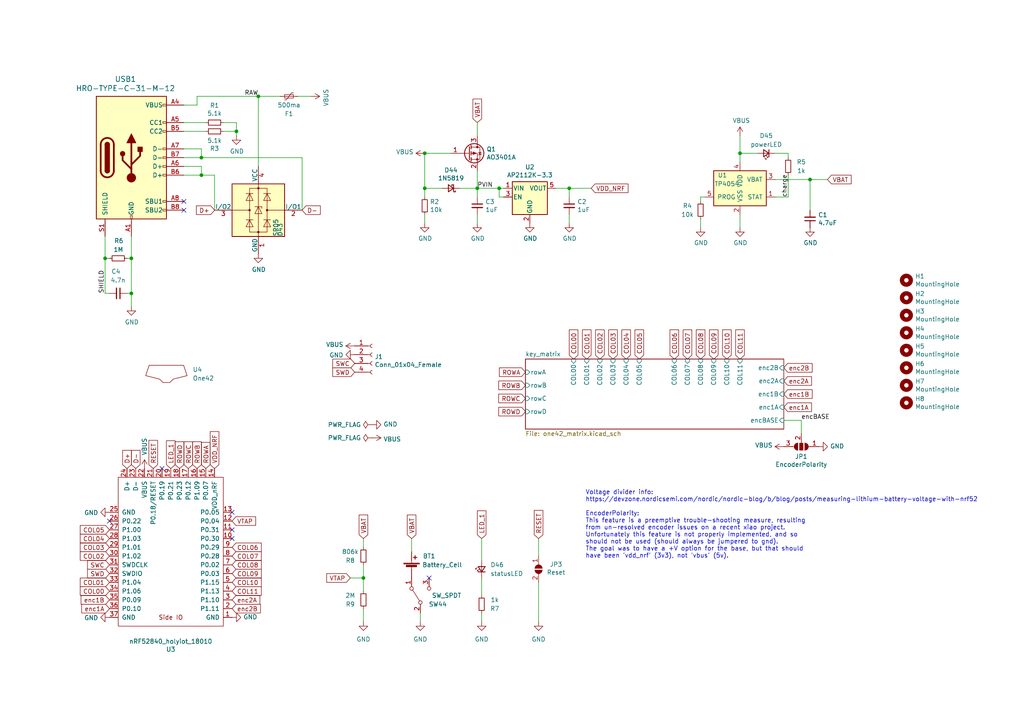
<source format=kicad_sch>
(kicad_sch (version 20210621) (generator eeschema)
  (paper "A4")
  (lib_symbols
    (symbol "Battery_Management:MCP73831-3-OT" (pin_names (offset 1.016))
      (property "Reference" "U" (at -7.62 6.35 0))
      (property "Value" "Battery_Management_MCP73831-3-OT" (at 1.27 6.35 0))
      (symbol "MCP73831-3-OT_0_1"
        (rectangle (start -7.62 5.08) (end 7.62 -5.08) (stroke (width 0.254)) (fill (type background)))
      )
      (symbol "MCP73831-3-OT_1_1"
        (pin output line (at 10.16 -2.54 180) (length 2.54) (name "STAT") (number "1"))
        (pin power_in line (at 0 -7.62 90) (length 2.54) (name "VSS") (number "2"))
        (pin power_out line (at 10.16 2.54 180) (length 2.54) (name "VBAT") (number "3"))
        (pin power_in line (at 0 7.62 270) (length 2.54) (name "VDD") (number "4"))
        (pin input line (at -10.16 -2.54 0) (length 2.54) (name "PROG") (number "5"))
      )
    )
    (symbol "Connector:Conn_01x04_Female" (pin_names (offset 1.016) hide)
      (property "Reference" "J" (at 0 5.08 0))
      (property "Value" "Connector_Conn_01x04_Female" (at 0 -7.62 0))
      (symbol "Conn_01x04_Female_1_1"
        (arc (start 0 -4.572) (mid -0.508 -5.08) (end 0 -5.588) (stroke (width 0.1524)))
        (arc (start 0 -2.032) (mid -0.508 -2.54) (end 0 -3.048) (stroke (width 0.1524)))
        (polyline (pts (xy -1.27 -5.08) (xy -0.508 -5.08)) (stroke (width 0.1524)))
        (polyline (pts (xy -1.27 -2.54) (xy -0.508 -2.54)) (stroke (width 0.1524)))
        (polyline (pts (xy -1.27 0) (xy -0.508 0)) (stroke (width 0.1524)))
        (polyline (pts (xy -1.27 2.54) (xy -0.508 2.54)) (stroke (width 0.1524)))
        (arc (start 0 0.508) (mid -0.508 0) (end 0 -0.508) (stroke (width 0.1524)))
        (arc (start 0 3.048) (mid -0.508 2.54) (end 0 2.032) (stroke (width 0.1524)))
        (pin passive line (at -5.08 2.54 0) (length 3.81) (name "Pin_1") (number "1"))
        (pin passive line (at -5.08 0 0) (length 3.81) (name "Pin_2") (number "2"))
        (pin passive line (at -5.08 -2.54 0) (length 3.81) (name "Pin_3") (number "3"))
        (pin passive line (at -5.08 -5.08 0) (length 3.81) (name "Pin_4") (number "4"))
      )
    )
    (symbol "Connector:USB_C_Receptacle_USB2.0" (pin_names (offset 1.016))
      (property "Reference" "J" (at -10.16 19.05 0))
      (property "Value" "USB_C_Receptacle_USB2.0" (at 19.05 19.05 0))
      (symbol "USB_C_Receptacle_USB2.0_0_0"
        (rectangle (start -0.254 -17.78) (end 0.254 -16.764))
        (rectangle (start 10.16 -14.986) (end 9.144 -15.494))
        (rectangle (start 10.16 -12.446) (end 9.144 -12.954))
        (rectangle (start 10.16 -4.826) (end 9.144 -5.334))
        (rectangle (start 10.16 -2.286) (end 9.144 -2.794))
        (rectangle (start 10.16 0.254) (end 9.144 -0.254))
        (rectangle (start 10.16 2.794) (end 9.144 2.286))
        (rectangle (start 10.16 7.874) (end 9.144 7.366))
        (rectangle (start 10.16 10.414) (end 9.144 9.906))
        (rectangle (start 10.16 15.494) (end 9.144 14.986))
      )
      (symbol "USB_C_Receptacle_USB2.0_0_1"
        (rectangle (start -10.16 17.78) (end 10.16 -17.78) (stroke (width 0.254)) (fill (type background)))
        (arc (start -8.89 -3.81) (mid -6.985 -5.715) (end -5.08 -3.81) (stroke (width 0.508)))
        (arc (start -7.62 -3.81) (mid -6.985 -4.445) (end -6.35 -3.81) (stroke (width 0.254)))
        (arc (start -7.62 -3.81) (mid -6.985 -4.445) (end -6.35 -3.81) (stroke (width 0.254)) (fill (type outline)))
        (rectangle (start -7.62 -3.81) (end -6.35 3.81) (stroke (width 0.254)) (fill (type outline)))
        (arc (start -6.35 3.81) (mid -6.985 4.445) (end -7.62 3.81) (stroke (width 0.254)))
        (arc (start -6.35 3.81) (mid -6.985 4.445) (end -7.62 3.81) (stroke (width 0.254)) (fill (type outline)))
        (arc (start -5.08 3.81) (mid -6.985 5.715) (end -8.89 3.81) (stroke (width 0.508)))
        (circle (center -2.54 1.143) (radius 0.635) (stroke (width 0.254)) (stroke (width 0.254)) (fill (type outline)))
        (circle (center 0 -5.842) (radius 1.27) (fill (type outline)))
        (polyline (pts (xy -8.89 -3.81) (xy -8.89 3.81)) (stroke (width 0.508)))
        (polyline (pts (xy -5.08 3.81) (xy -5.08 -3.81)) (stroke (width 0.508)))
        (polyline (pts (xy 0 -5.842) (xy 0 4.318)) (stroke (width 0.508)))
        (polyline (pts (xy 0 -3.302) (xy -2.54 -0.762) (xy -2.54 0.508)) (stroke (width 0.508)))
        (polyline (pts (xy 0 -2.032) (xy 2.54 0.508) (xy 2.54 1.778)) (stroke (width 0.508)))
        (polyline (pts (xy -1.27 4.318) (xy 0 6.858) (xy 1.27 4.318) (xy -1.27 4.318)) (stroke (width 0.254)) (fill (type outline)))
        (rectangle (start 1.905 1.778) (end 3.175 3.048) (stroke (width 0.254)) (fill (type outline)))
      )
      (symbol "USB_C_Receptacle_USB2.0_1_1"
        (pin passive line (at 0 -22.86 90) (length 5.08) (name "GND") (number "A1"))
        (pin passive line (at 0 -22.86 90) (length 5.08) hide (name "GND") (number "A12"))
        (pin passive line (at 15.24 15.24 180) (length 5.08) (name "VBUS") (number "A4"))
        (pin bidirectional line (at 15.24 10.16 180) (length 5.08) (name "CC1") (number "A5"))
        (pin bidirectional line (at 15.24 -2.54 180) (length 5.08) (name "D+") (number "A6"))
        (pin bidirectional line (at 15.24 2.54 180) (length 5.08) (name "D-") (number "A7"))
        (pin bidirectional line (at 15.24 -12.7 180) (length 5.08) (name "SBU1") (number "A8"))
        (pin passive line (at 15.24 15.24 180) (length 5.08) hide (name "VBUS") (number "A9"))
        (pin passive line (at 0 -22.86 90) (length 5.08) hide (name "GND") (number "B1"))
        (pin passive line (at 0 -22.86 90) (length 5.08) hide (name "GND") (number "B12"))
        (pin passive line (at 15.24 15.24 180) (length 5.08) hide (name "VBUS") (number "B4"))
        (pin bidirectional line (at 15.24 7.62 180) (length 5.08) (name "CC2") (number "B5"))
        (pin bidirectional line (at 15.24 -5.08 180) (length 5.08) (name "D+") (number "B6"))
        (pin bidirectional line (at 15.24 0 180) (length 5.08) (name "D-") (number "B7"))
        (pin bidirectional line (at 15.24 -15.24 180) (length 5.08) (name "SBU2") (number "B8"))
        (pin passive line (at 15.24 15.24 180) (length 5.08) hide (name "VBUS") (number "B9"))
        (pin passive line (at -7.62 -22.86 90) (length 5.08) (name "SHIELD") (number "S1"))
      )
    )
    (symbol "Device:Battery_Cell" (pin_numbers hide) (pin_names (offset 0) hide)
      (property "Reference" "BT" (at 2.54 2.54 0))
      (property "Value" "Device_Battery_Cell" (at 2.54 0 0))
      (symbol "Battery_Cell_0_1"
        (rectangle (start -2.286 1.778) (end 2.286 1.524) (fill (type outline)))
        (rectangle (start -1.5748 1.1938) (end 1.4732 0.6858) (fill (type outline)))
        (polyline (pts (xy 0 0.762) (xy 0 0)))
        (polyline (pts (xy 0 1.778) (xy 0 2.54)))
        (polyline (pts (xy 0.508 3.429) (xy 1.524 3.429)) (stroke (width 0.254)))
        (polyline (pts (xy 1.016 3.937) (xy 1.016 2.921)) (stroke (width 0.254)))
      )
      (symbol "Battery_Cell_1_1"
        (pin passive line (at 0 5.08 270) (length 2.54) (name "+") (number "1"))
        (pin passive line (at 0 -2.54 90) (length 2.54) (name "-") (number "2"))
      )
    )
    (symbol "Device:C_Small" (pin_numbers hide) (pin_names (offset 0.254) hide)
      (property "Reference" "C" (at 0.254 1.778 0))
      (property "Value" "Device_C_Small" (at 0.254 -2.032 0))
      (symbol "C_Small_0_1"
        (polyline (pts (xy -1.524 -0.508) (xy 1.524 -0.508)) (stroke (width 0.3302)))
        (polyline (pts (xy -1.524 0.508) (xy 1.524 0.508)) (stroke (width 0.3048)))
      )
      (symbol "C_Small_1_1"
        (pin passive line (at 0 2.54 270) (length 2.032) (name "~") (number "1"))
        (pin passive line (at 0 -2.54 90) (length 2.032) (name "~") (number "2"))
      )
    )
    (symbol "Device:D_Schottky_Small" (pin_numbers hide) (pin_names (offset 0.254) hide)
      (property "Reference" "D" (at -1.27 2.032 0))
      (property "Value" "Device_D_Schottky_Small" (at -7.112 -2.032 0))
      (symbol "D_Schottky_Small_0_1"
        (polyline (pts (xy -0.762 0) (xy 0.762 0)))
        (polyline (pts (xy 0.762 -1.016) (xy -0.762 0) (xy 0.762 1.016) (xy 0.762 -1.016)) (stroke (width 0.254)))
        (polyline (pts (xy -1.27 0.762) (xy -1.27 1.016) (xy -0.762 1.016) (xy -0.762 -1.016) (xy -0.254 -1.016) (xy -0.254 -0.762)) (stroke (width 0.254)))
      )
      (symbol "D_Schottky_Small_1_1"
        (pin passive line (at -2.54 0 0) (length 1.778) (name "K") (number "1"))
        (pin passive line (at 2.54 0 180) (length 1.778) (name "A") (number "2"))
      )
    )
    (symbol "Device:LED_Small" (pin_numbers hide) (pin_names (offset 0.254) hide)
      (property "Reference" "D" (at -1.27 3.175 0))
      (property "Value" "Device_LED_Small" (at -4.445 -2.54 0))
      (symbol "LED_Small_0_1"
        (polyline (pts (xy -0.762 -1.016) (xy -0.762 1.016)) (stroke (width 0.254)))
        (polyline (pts (xy 1.016 0) (xy -0.762 0)))
        (polyline (pts (xy 0.762 -1.016) (xy -0.762 0) (xy 0.762 1.016) (xy 0.762 -1.016)) (stroke (width 0.254)))
        (polyline (pts (xy 0 0.762) (xy -0.508 1.27) (xy -0.254 1.27) (xy -0.508 1.27) (xy -0.508 1.016)))
        (polyline (pts (xy 0.508 1.27) (xy 0 1.778) (xy 0.254 1.778) (xy 0 1.778) (xy 0 1.524)))
      )
      (symbol "LED_Small_1_1"
        (pin passive line (at -2.54 0 0) (length 1.778) (name "K") (number "1"))
        (pin passive line (at 2.54 0 180) (length 1.778) (name "A") (number "2"))
      )
    )
    (symbol "Device:Polyfuse_Small" (pin_numbers hide) (pin_names (offset 0))
      (property "Reference" "F" (at -1.905 0 90))
      (property "Value" "Device_Polyfuse_Small" (at 1.905 0 90))
      (symbol "Polyfuse_Small_0_1"
        (rectangle (start -0.508 1.27) (end 0.508 -1.27))
        (polyline (pts (xy 0 2.54) (xy 0 -2.54)))
        (polyline (pts (xy -1.016 1.27) (xy -1.016 0.762) (xy 1.016 -0.762) (xy 1.016 -1.27)))
      )
      (symbol "Polyfuse_Small_1_1"
        (pin passive line (at 0 2.54 270) (length 0.635) (name "~") (number "1"))
        (pin passive line (at 0 -2.54 90) (length 0.635) (name "~") (number "2"))
      )
    )
    (symbol "Device:R_Small" (pin_numbers hide) (pin_names (offset 0.254) hide)
      (property "Reference" "R" (at 0.762 0.508 0))
      (property "Value" "R_Small" (at 0.762 -1.016 0))
      (symbol "R_Small_0_1"
        (rectangle (start -0.762 1.778) (end 0.762 -1.778) (stroke (width 0.2032)))
      )
      (symbol "R_Small_1_1"
        (pin passive line (at 0 2.54 270) (length 0.762) (name "~") (number "1"))
        (pin passive line (at 0 -2.54 90) (length 0.762) (name "~") (number "2"))
      )
    )
    (symbol "Jumper:SolderJumper_2_Open" (pin_names (offset 0) hide)
      (property "Reference" "JP" (at 0 2.032 0))
      (property "Value" "Jumper_SolderJumper_2_Open" (at 0 -2.54 0))
      (symbol "SolderJumper_2_Open_0_1"
        (arc (start -0.254 1.016) (mid -1.27 0) (end -0.254 -1.016))
        (arc (start -0.254 1.016) (mid -1.27 0) (end -0.254 -1.016) (fill (type outline)))
        (polyline (pts (xy -0.254 1.016) (xy -0.254 -1.016)))
        (polyline (pts (xy 0.254 1.016) (xy 0.254 -1.016)))
        (arc (start 0.254 -1.016) (mid 1.27 0) (end 0.254 1.016))
        (arc (start 0.254 -1.016) (mid 1.27 0) (end 0.254 1.016) (fill (type outline)))
      )
      (symbol "SolderJumper_2_Open_1_1"
        (pin passive line (at -3.81 0 0) (length 2.54) (name "A") (number "1"))
        (pin passive line (at 3.81 0 180) (length 2.54) (name "B") (number "2"))
      )
    )
    (symbol "Jumper:SolderJumper_3_Open" (pin_names (offset 0) hide)
      (property "Reference" "JP" (at -2.54 -2.54 0))
      (property "Value" "Jumper_SolderJumper_3_Open" (at 0 2.794 0))
      (symbol "SolderJumper_3_Open_0_1"
        (arc (start -1.016 1.016) (mid -2.032 0) (end -1.016 -1.016))
        (arc (start -1.016 1.016) (mid -2.032 0) (end -1.016 -1.016) (fill (type outline)))
        (rectangle (start -0.508 1.016) (end 0.508 -1.016) (fill (type outline)))
        (polyline (pts (xy -2.54 0) (xy -2.032 0)))
        (polyline (pts (xy -1.016 1.016) (xy -1.016 -1.016)))
        (polyline (pts (xy 0 -1.27) (xy 0 -1.016)))
        (polyline (pts (xy 1.016 1.016) (xy 1.016 -1.016)))
        (polyline (pts (xy 2.54 0) (xy 2.032 0)))
        (arc (start 1.016 -1.016) (mid 2.032 0) (end 1.016 1.016))
        (arc (start 1.016 -1.016) (mid 2.032 0) (end 1.016 1.016) (fill (type outline)))
      )
      (symbol "SolderJumper_3_Open_1_1"
        (pin passive line (at -5.08 0 0) (length 2.54) (name "A") (number "1"))
        (pin input line (at 0 -3.81 90) (length 2.54) (name "C") (number "2"))
        (pin passive line (at 5.08 0 180) (length 2.54) (name "B") (number "3"))
      )
    )
    (symbol "Mechanical:MountingHole" (pin_names (offset 1.016))
      (property "Reference" "H" (at 0 5.08 0))
      (property "Value" "Mechanical_MountingHole" (at 0 3.175 0))
      (symbol "MountingHole_0_1"
        (circle (center 0 0) (radius 1.27) (stroke (width 1.27)) (stroke (width 1.27)))
      )
    )
    (symbol "PWR_FLAG_1" (power) (pin_numbers hide) (pin_names (offset 0) hide)
      (property "Value" "PWR_FLAG_1" (at 0 3.81 0))
      (symbol "PWR_FLAG_1_0_0"
        (pin power_out line (at 0 0 90) (length 0) (name "pwr") (number "1"))
      )
      (symbol "PWR_FLAG_1_0_1"
        (polyline (pts (xy 0 0) (xy 0 1.27) (xy -1.016 1.905) (xy 0 2.54) (xy 1.016 1.905) (xy 0 1.27)))
      )
    )
    (symbol "Power_Protection:PRTR5V0U2X" (pin_names (offset 0))
      (property "Reference" "D" (at 2.794 8.636 0))
      (property "Value" "Power_Protection_PRTR5V0U2X" (at 8.128 -9.398 0))
      (symbol "PRTR5V0U2X_0_1"
        (rectangle (start -7.62 -7.62) (end 7.62 7.62) (stroke (width 0.254)) (fill (type background)))
        (circle (center -2.54 0) (radius 0.254) (fill (type outline)))
        (rectangle (start -2.54 6.35) (end 2.54 -6.35))
        (circle (center 0 -6.35) (radius 0.254) (fill (type outline)))
        (polyline (pts (xy -2.54 0) (xy -7.62 0)))
        (polyline (pts (xy -1.524 -2.794) (xy -3.556 -2.794)))
        (polyline (pts (xy -1.524 4.826) (xy -3.556 4.826)))
        (polyline (pts (xy 0 -7.62) (xy 0 7.62)))
        (polyline (pts (xy 1.524 -2.794) (xy 3.556 -2.794)))
        (polyline (pts (xy 1.524 4.826) (xy 3.556 4.826)))
        (polyline (pts (xy 2.54 0) (xy 7.62 0)))
        (polyline (pts (xy 1.016 1.016) (xy -1.016 1.016) (xy -1.016 0.508)))
        (polyline (pts (xy -3.556 -4.826) (xy -1.524 -4.826) (xy -2.54 -2.794) (xy -3.556 -4.826)))
        (polyline (pts (xy -3.556 2.794) (xy -1.524 2.794) (xy -2.54 4.826) (xy -3.556 2.794)))
        (polyline (pts (xy -1.016 -1.016) (xy 1.016 -1.016) (xy 0 1.016) (xy -1.016 -1.016)))
        (polyline (pts (xy 3.556 -4.826) (xy 1.524 -4.826) (xy 2.54 -2.794) (xy 3.556 -4.826)))
        (polyline (pts (xy 3.556 2.794) (xy 1.524 2.794) (xy 2.54 4.826) (xy 3.556 2.794)))
        (circle (center 0 6.35) (radius 0.254) (fill (type outline)))
        (circle (center 2.54 0) (radius 0.254) (fill (type outline)))
      )
      (symbol "PRTR5V0U2X_1_1"
        (pin passive line (at 0 -12.7 90) (length 5.08) (name "GND") (number "1"))
        (pin passive line (at -12.7 0 0) (length 5.08) (name "I/O1") (number "2"))
        (pin passive line (at 12.7 0 180) (length 5.08) (name "I/O2") (number "3"))
        (pin passive line (at 0 12.7 270) (length 5.08) (name "VCC") (number "4"))
      )
    )
    (symbol "R_Small_1" (pin_numbers hide) (pin_names (offset 0.254) hide)
      (property "Reference" "R" (at 0.762 0.508 0))
      (property "Value" "R_Small_1" (at 0.762 -1.016 0))
      (symbol "R_Small_1_0_1"
        (rectangle (start -0.762 1.778) (end 0.762 -1.778) (stroke (width 0.2032)))
      )
      (symbol "R_Small_1_1_1"
        (pin passive line (at 0 2.54 270) (length 0.762) (name "~") (number "1"))
        (pin passive line (at 0 -2.54 90) (length 0.762) (name "~") (number "2"))
      )
    )
    (symbol "R_Small_2" (pin_numbers hide) (pin_names (offset 0.254) hide)
      (property "Reference" "R" (at 0.762 0.508 0))
      (property "Value" "R_Small_2" (at 0.762 -1.016 0))
      (symbol "R_Small_2_0_1"
        (rectangle (start -0.762 1.778) (end 0.762 -1.778) (stroke (width 0.2032)))
      )
      (symbol "R_Small_2_1_1"
        (pin passive line (at 0 2.54 270) (length 0.762) (name "~") (number "1"))
        (pin passive line (at 0 -2.54 90) (length 0.762) (name "~") (number "2"))
      )
    )
    (symbol "R_Small_3" (pin_numbers hide) (pin_names (offset 0.254) hide)
      (property "Reference" "R" (at 0.762 0.508 0))
      (property "Value" "R_Small_3" (at 0.762 -1.016 0))
      (symbol "R_Small_3_0_1"
        (rectangle (start -0.762 1.778) (end 0.762 -1.778) (stroke (width 0.2032)))
      )
      (symbol "R_Small_3_1_1"
        (pin passive line (at 0 2.54 270) (length 0.762) (name "~") (number "1"))
        (pin passive line (at 0 -2.54 90) (length 0.762) (name "~") (number "2"))
      )
    )
    (symbol "R_Small_4" (pin_numbers hide) (pin_names (offset 0.254) hide)
      (property "Reference" "R" (at 0.762 0.508 0))
      (property "Value" "R_Small_4" (at 0.762 -1.016 0))
      (symbol "R_Small_4_0_1"
        (rectangle (start -0.762 1.778) (end 0.762 -1.778) (stroke (width 0.2032)))
      )
      (symbol "R_Small_4_1_1"
        (pin passive line (at 0 2.54 270) (length 0.762) (name "~") (number "1"))
        (pin passive line (at 0 -2.54 90) (length 0.762) (name "~") (number "2"))
      )
    )
    (symbol "R_Small_5" (pin_numbers hide) (pin_names (offset 0.254) hide)
      (property "Reference" "R" (at 0.762 0.508 0))
      (property "Value" "R_Small_5" (at 0.762 -1.016 0))
      (symbol "R_Small_5_0_1"
        (rectangle (start -0.762 1.778) (end 0.762 -1.778) (stroke (width 0.2032)))
      )
      (symbol "R_Small_5_1_1"
        (pin passive line (at 0 2.54 270) (length 0.762) (name "~") (number "1"))
        (pin passive line (at 0 -2.54 90) (length 0.762) (name "~") (number "2"))
      )
    )
    (symbol "R_Small_6" (pin_numbers hide) (pin_names (offset 0.254) hide)
      (property "Reference" "R" (at 0.762 0.508 0))
      (property "Value" "R_Small_6" (at 0.762 -1.016 0))
      (symbol "R_Small_6_0_1"
        (rectangle (start -0.762 1.778) (end 0.762 -1.778) (stroke (width 0.2032)))
      )
      (symbol "R_Small_6_1_1"
        (pin passive line (at 0 2.54 270) (length 0.762) (name "~") (number "1"))
        (pin passive line (at 0 -2.54 90) (length 0.762) (name "~") (number "2"))
      )
    )
    (symbol "R_Small_7" (pin_numbers hide) (pin_names (offset 0.254) hide)
      (property "Reference" "R" (at 0.762 0.508 0))
      (property "Value" "R_Small_7" (at 0.762 -1.016 0))
      (symbol "R_Small_7_0_1"
        (rectangle (start -0.762 1.778) (end 0.762 -1.778) (stroke (width 0.2032)))
      )
      (symbol "R_Small_7_1_1"
        (pin passive line (at 0 2.54 270) (length 0.762) (name "~") (number "1"))
        (pin passive line (at 0 -2.54 90) (length 0.762) (name "~") (number "2"))
      )
    )
    (symbol "R_Small_8" (pin_numbers hide) (pin_names (offset 0.254) hide)
      (property "Reference" "R" (at 0.762 0.508 0))
      (property "Value" "R_Small_8" (at 0.762 -1.016 0))
      (symbol "R_Small_8_0_1"
        (rectangle (start -0.762 1.778) (end 0.762 -1.778) (stroke (width 0.2032)))
      )
      (symbol "R_Small_8_1_1"
        (pin passive line (at 0 2.54 270) (length 0.762) (name "~") (number "1"))
        (pin passive line (at 0 -2.54 90) (length 0.762) (name "~") (number "2"))
      )
    )
    (symbol "Regulator_Linear:AP2112K-3.3" (pin_names (offset 0.254))
      (property "Reference" "U" (at -5.08 5.715 0))
      (property "Value" "Regulator_Linear_AP2112K-3.3" (at 0 5.715 0))
      (symbol "AP2112K-3.3_0_1"
        (rectangle (start -5.08 4.445) (end 5.08 -5.08) (stroke (width 0.254)) (fill (type background)))
      )
      (symbol "AP2112K-3.3_1_1"
        (pin power_in line (at -7.62 2.54 0) (length 2.54) (name "VIN") (number "1"))
        (pin power_in line (at 0 -7.62 90) (length 2.54) (name "GND") (number "2"))
        (pin input line (at -7.62 0 0) (length 2.54) (name "EN") (number "3"))
        (pin no_connect line (at 5.08 0 180) (length 2.54) hide (name "NC") (number "4"))
        (pin power_out line (at 7.62 2.54 180) (length 2.54) (name "VOUT") (number "5"))
      )
    )
    (symbol "Switch:SW_SPDT" (pin_names (offset 0) hide)
      (property "Reference" "SW" (at 0 4.318 0))
      (property "Value" "Switch_SW_SPDT" (at 0 -5.08 0))
      (symbol "SW_SPDT_0_0"
        (circle (center -2.032 0) (radius 0.508))
        (circle (center 2.032 -2.54) (radius 0.508))
      )
      (symbol "SW_SPDT_0_1"
        (polyline (pts (xy -1.524 0.254) (xy 1.651 2.286)))
        (circle (center 2.032 2.54) (radius 0.508))
      )
      (symbol "SW_SPDT_1_1"
        (pin passive line (at 5.08 2.54 180) (length 2.54) (name "A") (number "1"))
        (pin passive line (at -5.08 0 0) (length 2.54) (name "B") (number "2"))
        (pin passive line (at 5.08 -2.54 180) (length 2.54) (name "C") (number "3"))
      )
    )
    (symbol "Transistor_FET:AO3401A" (pin_names hide)
      (property "Reference" "Q" (at 5.08 1.905 0))
      (property "Value" "Transistor_FET_AO3401A" (at 5.08 0 0))
      (symbol "AO3401A_0_1"
        (polyline (pts (xy 0.254 0) (xy -2.54 0)))
        (polyline (pts (xy 0.254 1.905) (xy 0.254 -1.905)) (stroke (width 0.254)))
        (polyline (pts (xy 0.762 -1.27) (xy 0.762 -2.286)) (stroke (width 0.254)))
        (polyline (pts (xy 0.762 0.508) (xy 0.762 -0.508)) (stroke (width 0.254)))
        (polyline (pts (xy 0.762 2.286) (xy 0.762 1.27)) (stroke (width 0.254)))
        (polyline (pts (xy 2.54 2.54) (xy 2.54 1.778)))
        (polyline (pts (xy 2.54 -2.54) (xy 2.54 0) (xy 0.762 0)))
        (polyline (pts (xy 0.762 1.778) (xy 3.302 1.778) (xy 3.302 -1.778) (xy 0.762 -1.778)))
        (polyline (pts (xy 2.286 0) (xy 1.27 0.381) (xy 1.27 -0.381) (xy 2.286 0)) (fill (type outline)))
        (polyline (pts (xy 2.794 -0.508) (xy 2.921 -0.381) (xy 3.683 -0.381) (xy 3.81 -0.254)))
        (polyline (pts (xy 3.302 -0.381) (xy 2.921 0.254) (xy 3.683 0.254) (xy 3.302 -0.381)))
        (circle (center 1.651 0) (radius 2.794) (stroke (width 0.254)) (stroke (width 0.254)))
        (circle (center 2.54 -1.778) (radius 0.254) (fill (type outline)))
        (circle (center 2.54 1.778) (radius 0.254) (fill (type outline)))
      )
      (symbol "AO3401A_1_1"
        (pin input line (at -5.08 0 0) (length 2.54) (name "G") (number "1"))
        (pin passive line (at 2.54 -5.08 90) (length 2.54) (name "S") (number "2"))
        (pin passive line (at 2.54 5.08 270) (length 2.54) (name "D") (number "3"))
      )
    )
    (symbol "keebMCU:nRF52840_holyiot_18010" (pin_names (offset 1.016))
      (property "Reference" "U3" (at 0 28.321 0))
      (property "Value" "nRF52840_holyiot_18010" (at 0 26.0096 0))
      (symbol "nRF52840_holyiot_18010_0_0"
        (rectangle (start -15.24 21.59) (end 15.24 -21.59))
        (text "Side IO" (at 0 19.05 0) (effects (font (size 1.27 1.27))))
      )
      (symbol "nRF52840_holyiot_18010_1_1"
        (pin power_in line (at -17.78 19.05 0) (length 2.54) (name "GND") (number "1"))
        (pin bidirectional line (at -17.78 -3.81 0) (length 2.54) (name "P0.30") (number "10"))
        (pin bidirectional line (at -17.78 -6.35 0) (length 2.54) (name "P0.31") (number "11"))
        (pin bidirectional line (at -17.78 -8.89 0) (length 2.54) (name "P0.04") (number "12"))
        (pin bidirectional line (at -17.78 -11.43 0) (length 2.54) (name "P0.05") (number "13"))
        (pin power_in line (at -12.7 -24.13 90) (length 2.54) (name "VDD_nRF") (number "14"))
        (pin bidirectional line (at -10.16 -24.13 90) (length 2.54) (name "P0.07") (number "15"))
        (pin bidirectional line (at -7.62 -24.13 90) (length 2.54) (name "P1.09") (number "16"))
        (pin bidirectional line (at -5.08 -24.13 90) (length 2.54) (name "P0.12") (number "17"))
        (pin bidirectional line (at -2.54 -24.13 90) (length 2.54) (name "P0.23") (number "18"))
        (pin bidirectional line (at 0 -24.13 90) (length 2.54) (name "P0.21") (number "19"))
        (pin bidirectional line (at -17.78 16.51 0) (length 2.54) (name "P1.11") (number "2"))
        (pin bidirectional line (at 2.54 -24.13 90) (length 2.54) (name "P0.19") (number "20"))
        (pin input line (at 5.08 -24.13 90) (length 2.54) (name "P0.18/RESET") (number "21"))
        (pin power_in line (at 7.62 -24.13 90) (length 2.54) (name "VBUS") (number "22"))
        (pin bidirectional line (at 10.16 -24.13 90) (length 2.54) (name "D-") (number "23"))
        (pin bidirectional line (at 12.7 -24.13 90) (length 2.54) (name "D+") (number "24"))
        (pin power_in line (at 17.78 -11.43 180) (length 2.54) (name "GND") (number "25"))
        (pin bidirectional line (at 17.78 -8.89 180) (length 2.54) (name "P0.22") (number "26"))
        (pin bidirectional line (at 17.78 -6.35 180) (length 2.54) (name "P1.00") (number "27"))
        (pin bidirectional line (at 17.78 -3.81 180) (length 2.54) (name "P1.03") (number "28"))
        (pin bidirectional line (at 17.78 -1.27 180) (length 2.54) (name "P1.01") (number "29"))
        (pin bidirectional line (at -17.78 13.97 0) (length 2.54) (name "P1.10") (number "3"))
        (pin bidirectional line (at 17.78 1.27 180) (length 2.54) (name "P1.02") (number "30"))
        (pin bidirectional line (at 17.78 3.81 180) (length 2.54) (name "SWDCLK") (number "31"))
        (pin bidirectional line (at 17.78 6.35 180) (length 2.54) (name "SWDIO") (number "32"))
        (pin bidirectional line (at 17.78 8.89 180) (length 2.54) (name "P1.04") (number "33"))
        (pin bidirectional line (at 17.78 11.43 180) (length 2.54) (name "P1.06") (number "34"))
        (pin bidirectional line (at 17.78 13.97 180) (length 2.54) (name "P0.09") (number "35"))
        (pin bidirectional line (at 17.78 16.51 180) (length 2.54) (name "P0.10") (number "36"))
        (pin power_in line (at 17.78 19.05 180) (length 2.54) (name "GND") (number "37"))
        (pin bidirectional line (at -17.78 11.43 0) (length 2.54) (name "P1.13") (number "4"))
        (pin bidirectional line (at -17.78 8.89 0) (length 2.54) (name "P1.15") (number "5"))
        (pin bidirectional line (at -17.78 6.35 0) (length 2.54) (name "P0.03") (number "6"))
        (pin bidirectional line (at -17.78 3.81 0) (length 2.54) (name "P0.02") (number "7"))
        (pin bidirectional line (at -17.78 1.27 0) (length 2.54) (name "P0.28") (number "8"))
        (pin bidirectional line (at -17.78 -1.27 0) (length 2.54) (name "P0.29") (number "9"))
      )
    )
    (symbol "one42:One42"
      (property "Reference" "U" (at 0 -2 0))
      (property "Value" "One42" (at 0 0 0))
      (symbol "One42_0_1"
        (polyline (pts (xy -5 2) (xy 5 2) (xy 6 -1) (xy 2 -2) (xy 1 -3) (xy -1 -3) (xy -2 -2) (xy -6 -1) (xy -5 2)) (stroke (width 0.1524)))
      )
    )
    (symbol "power:GND" (power) (pin_names (offset 0))
      (property "Value" "GND" (at 0 -3.81 0))
      (symbol "GND_0_1"
        (polyline (pts (xy 0 0) (xy 0 -1.27) (xy 1.27 -1.27) (xy 0 -2.54) (xy -1.27 -1.27) (xy 0 -1.27)))
      )
      (symbol "GND_1_1"
        (pin power_in line (at 0 0 270) (length 0) hide (name "GND") (number "1"))
      )
    )
    (symbol "power:PWR_FLAG" (power) (pin_numbers hide) (pin_names (offset 0) hide)
      (property "Value" "PWR_FLAG" (at 0 3.81 0))
      (symbol "PWR_FLAG_0_0"
        (pin power_out line (at 0 0 90) (length 0) (name "pwr") (number "1"))
      )
      (symbol "PWR_FLAG_0_1"
        (polyline (pts (xy 0 0) (xy 0 1.27) (xy -1.016 1.905) (xy 0 2.54) (xy 1.016 1.905) (xy 0 1.27)))
      )
    )
    (symbol "power:VBUS" (power) (pin_names (offset 0))
      (property "Value" "VBUS" (at 0 3.81 0))
      (symbol "VBUS_0_1"
        (polyline (pts (xy -0.762 1.27) (xy 0 2.54)))
        (polyline (pts (xy 0 0) (xy 0 2.54)))
        (polyline (pts (xy 0 2.54) (xy 0.762 1.27)))
      )
      (symbol "VBUS_1_1"
        (pin power_in line (at 0 0 90) (length 0) hide (name "VBUS") (number "1"))
      )
    )
  )
  (junction (at 30.48 74.93))
  (junction (at 38.1 74.93))
  (junction (at 38.1 85.09))
  (junction (at 58.42 45.72))
  (junction (at 58.42 50.8))
  (junction (at 68.58 38.1))
  (junction (at 74.93 27.94))
  (junction (at 105.41 167.64))
  (junction (at 123.19 44.45))
  (junction (at 123.19 54.61))
  (junction (at 138.43 54.61))
  (junction (at 144.78 54.61))
  (junction (at 165.1 54.61))
  (junction (at 214.63 44.45))
  (junction (at 234.95 52.07))
  (no_connect (at 31.75 151.13))
  (no_connect (at 46.99 135.89))
  (no_connect (at 53.34 58.42))
  (no_connect (at 53.34 60.96))
  (no_connect (at 67.31 148.59))
  (no_connect (at 67.31 153.67))
  (no_connect (at 67.31 156.21))
  (no_connect (at 124.46 167.64))
  (wire (pts (xy 30.48 68.58) (xy 30.48 74.93)))
  (wire (pts (xy 30.48 74.93) (xy 30.48 85.09)))
  (wire (pts (xy 30.48 74.93) (xy 31.75 74.93)))
  (wire (pts (xy 30.48 85.09) (xy 31.75 85.09)))
  (wire (pts (xy 36.83 74.93) (xy 38.1 74.93)))
  (wire (pts (xy 36.83 85.09) (xy 38.1 85.09)))
  (wire (pts (xy 38.1 68.58) (xy 38.1 74.93)))
  (wire (pts (xy 38.1 74.93) (xy 38.1 85.09)))
  (wire (pts (xy 38.1 85.09) (xy 38.1 88.9)))
  (wire (pts (xy 53.34 30.48) (xy 57.15 30.48)))
  (wire (pts (xy 53.34 43.18) (xy 58.42 43.18)))
  (wire (pts (xy 53.34 48.26) (xy 58.42 48.26)))
  (wire (pts (xy 57.15 27.94) (xy 74.93 27.94)))
  (wire (pts (xy 57.15 30.48) (xy 57.15 27.94)))
  (wire (pts (xy 58.42 43.18) (xy 58.42 45.72)))
  (wire (pts (xy 58.42 45.72) (xy 53.34 45.72)))
  (wire (pts (xy 58.42 45.72) (xy 87.63 45.72)))
  (wire (pts (xy 58.42 48.26) (xy 58.42 50.8)))
  (wire (pts (xy 58.42 50.8) (xy 53.34 50.8)))
  (wire (pts (xy 58.42 50.8) (xy 62.23 50.8)))
  (wire (pts (xy 59.69 35.56) (xy 53.34 35.56)))
  (wire (pts (xy 59.69 38.1) (xy 53.34 38.1)))
  (wire (pts (xy 62.23 50.8) (xy 62.23 60.96)))
  (wire (pts (xy 64.77 35.56) (xy 68.58 35.56)))
  (wire (pts (xy 64.77 38.1) (xy 68.58 38.1)))
  (wire (pts (xy 68.58 35.56) (xy 68.58 38.1)))
  (wire (pts (xy 68.58 38.1) (xy 68.58 39.37)))
  (wire (pts (xy 74.93 27.94) (xy 74.93 48.26)))
  (wire (pts (xy 74.93 27.94) (xy 81.28 27.94)))
  (wire (pts (xy 86.36 27.94) (xy 90.17 27.94)))
  (wire (pts (xy 87.63 45.72) (xy 87.63 60.96)))
  (wire (pts (xy 101.6 167.64) (xy 105.41 167.64)))
  (wire (pts (xy 105.41 158.75) (xy 105.41 156.21)))
  (wire (pts (xy 105.41 163.83) (xy 105.41 167.64)))
  (wire (pts (xy 105.41 167.64) (xy 105.41 171.45)))
  (wire (pts (xy 105.41 176.53) (xy 105.41 180.34)))
  (wire (pts (xy 119.38 160.02) (xy 119.38 156.21)))
  (wire (pts (xy 121.92 177.8) (xy 121.92 180.34)))
  (wire (pts (xy 123.19 44.45) (xy 123.19 54.61)))
  (wire (pts (xy 123.19 44.45) (xy 130.81 44.45)))
  (wire (pts (xy 123.19 57.15) (xy 123.19 54.61)))
  (wire (pts (xy 123.19 64.77) (xy 123.19 62.23)))
  (wire (pts (xy 128.27 54.61) (xy 123.19 54.61)))
  (wire (pts (xy 133.35 54.61) (xy 138.43 54.61)))
  (wire (pts (xy 138.43 35.56) (xy 138.43 39.37)))
  (wire (pts (xy 138.43 49.53) (xy 138.43 54.61)))
  (wire (pts (xy 138.43 54.61) (xy 144.78 54.61)))
  (wire (pts (xy 138.43 57.15) (xy 138.43 54.61)))
  (wire (pts (xy 138.43 62.23) (xy 138.43 64.77)))
  (wire (pts (xy 139.7 156.21) (xy 139.7 162.56)))
  (wire (pts (xy 139.7 167.64) (xy 139.7 172.72)))
  (wire (pts (xy 139.7 177.8) (xy 139.7 180.34)))
  (wire (pts (xy 144.78 54.61) (xy 146.05 54.61)))
  (wire (pts (xy 144.78 57.15) (xy 144.78 54.61)))
  (wire (pts (xy 146.05 57.15) (xy 144.78 57.15)))
  (wire (pts (xy 156.21 156.21) (xy 156.21 161.29)))
  (wire (pts (xy 156.21 168.91) (xy 156.21 180.34)))
  (wire (pts (xy 161.29 54.61) (xy 165.1 54.61)))
  (wire (pts (xy 165.1 54.61) (xy 171.45 54.61)))
  (wire (pts (xy 165.1 57.15) (xy 165.1 54.61)))
  (wire (pts (xy 165.1 62.23) (xy 165.1 64.77)))
  (wire (pts (xy 203.2 57.15) (xy 204.47 57.15)))
  (wire (pts (xy 203.2 58.42) (xy 203.2 57.15)))
  (wire (pts (xy 203.2 63.5) (xy 203.2 66.04)))
  (wire (pts (xy 214.63 39.37) (xy 214.63 44.45)))
  (wire (pts (xy 214.63 44.45) (xy 214.63 46.99)))
  (wire (pts (xy 214.63 44.45) (xy 219.71 44.45)))
  (wire (pts (xy 214.63 62.23) (xy 214.63 66.04)))
  (wire (pts (xy 224.79 52.07) (xy 234.95 52.07)))
  (wire (pts (xy 224.79 57.15) (xy 228.6 57.15)))
  (wire (pts (xy 228.6 44.45) (xy 224.79 44.45)))
  (wire (pts (xy 228.6 45.72) (xy 228.6 44.45)))
  (wire (pts (xy 228.6 50.8) (xy 228.6 57.15)))
  (wire (pts (xy 232.41 121.92) (xy 227.33 121.92)))
  (wire (pts (xy 232.41 125.73) (xy 232.41 121.92)))
  (wire (pts (xy 234.95 52.07) (xy 234.95 60.96)))
  (wire (pts (xy 234.95 52.07) (xy 240.03 52.07)))
  (text "Voltage divider info:\nhttps://devzone.nordicsemi.com/nordic/nordic-blog/b/blog/posts/measuring-lithium-battery-voltage-with-nrf52\n\nEncoderPolarity:\nThis feature is a preemptive trouble-shooting measure, resulting\nfrom un-resolved encoder issues on a recent xiao project.\nUnfortunately this feature is not properly implemented, and so\nshould not be used (should always be jumpered to gnd).\nThe goal was to have a +V option for the base, but that should\nhave been 'vdd_nrf' (3v3), not 'vbus' (5v).\n" (at 169.799 162.052 0) (effects (font (size 1.27 1.27)) (justify left bottom)))
  (label "SHIELD" (at 30.48 85.09 90))
  (label "RAW" (at 74.93 27.94 180))
  (label "PVIN" (at 138.43 54.61 0))
  (label "charge" (at 228.6 57.15 90))
  (label "encBASE" (at 232.41 121.92 0))
  (global_label "COL05" (shape input) (at 31.75 153.67 180) (property "Intersheet References" "${INTERSHEET_REFS}" (effects hide)))
  (global_label "COL04" (shape input) (at 31.75 156.21 180) (property "Intersheet References" "${INTERSHEET_REFS}" (effects hide)))
  (global_label "COL03" (shape input) (at 31.75 158.75 180) (property "Intersheet References" "${INTERSHEET_REFS}" (effects hide)))
  (global_label "COL02" (shape input) (at 31.75 161.29 180) (property "Intersheet References" "${INTERSHEET_REFS}" (effects hide)))
  (global_label "SWC" (shape input) (at 31.75 163.83 180) (property "Intersheet References" "${INTERSHEET_REFS}" (effects hide)))
  (global_label "SWD" (shape input) (at 31.75 166.37 180) (property "Intersheet References" "${INTERSHEET_REFS}" (effects hide)))
  (global_label "COL01" (shape input) (at 31.75 168.91 180) (property "Intersheet References" "${INTERSHEET_REFS}" (effects hide)))
  (global_label "COL00" (shape input) (at 31.75 171.45 180) (property "Intersheet References" "${INTERSHEET_REFS}" (effects hide)))
  (global_label "enc1B" (shape input) (at 31.75 173.99 180) (property "Intersheet References" "${INTERSHEET_REFS}" (effects hide)))
  (global_label "enc1A" (shape input) (at 31.75 176.53 180) (property "Intersheet References" "${INTERSHEET_REFS}" (effects hide)))
  (global_label "D+" (shape input) (at 36.83 135.89 90) (property "Intersheet References" "${INTERSHEET_REFS}" (effects hide)))
  (global_label "D-" (shape input) (at 39.37 135.89 90) (property "Intersheet References" "${INTERSHEET_REFS}" (effects hide)))
  (global_label "RESET" (shape input) (at 44.45 135.89 90) (property "Intersheet References" "${INTERSHEET_REFS}" (effects hide)))
  (global_label "LED_1" (shape input) (at 49.53 135.89 90) (property "Intersheet References" "${INTERSHEET_REFS}" (effects hide)))
  (global_label "ROWD" (shape input) (at 52.07 135.89 90) (property "Intersheet References" "${INTERSHEET_REFS}" (effects hide)))
  (global_label "ROWC" (shape input) (at 54.61 135.89 90) (property "Intersheet References" "${INTERSHEET_REFS}" (effects hide)))
  (global_label "ROWB" (shape input) (at 57.15 135.89 90) (property "Intersheet References" "${INTERSHEET_REFS}" (effects hide)))
  (global_label "ROWA" (shape input) (at 59.69 135.89 90) (property "Intersheet References" "${INTERSHEET_REFS}" (effects hide)))
  (global_label "D+" (shape input) (at 62.23 60.96 180) (property "Intersheet References" "${INTERSHEET_REFS}" (effects hide)))
  (global_label "VDD_NRF" (shape input) (at 62.23 135.89 90) (property "Intersheet References" "${INTERSHEET_REFS}" (effects hide)))
  (global_label "VTAP" (shape input) (at 67.31 151.13 0) (property "Intersheet References" "${INTERSHEET_REFS}" (effects hide)))
  (global_label "COL06" (shape input) (at 67.31 158.75 0) (property "Intersheet References" "${INTERSHEET_REFS}" (effects hide)))
  (global_label "COL07" (shape input) (at 67.31 161.29 0) (property "Intersheet References" "${INTERSHEET_REFS}" (effects hide)))
  (global_label "COL08" (shape input) (at 67.31 163.83 0) (property "Intersheet References" "${INTERSHEET_REFS}" (effects hide)))
  (global_label "COL09" (shape input) (at 67.31 166.37 0) (property "Intersheet References" "${INTERSHEET_REFS}" (effects hide)))
  (global_label "COL10" (shape input) (at 67.31 168.91 0) (property "Intersheet References" "${INTERSHEET_REFS}" (effects hide)))
  (global_label "COL11" (shape input) (at 67.31 171.45 0) (property "Intersheet References" "${INTERSHEET_REFS}" (effects hide)))
  (global_label "enc2A" (shape input) (at 67.31 173.99 0) (property "Intersheet References" "${INTERSHEET_REFS}" (effects hide)))
  (global_label "enc2B" (shape input) (at 67.31 176.53 0) (property "Intersheet References" "${INTERSHEET_REFS}" (effects hide)))
  (global_label "D-" (shape input) (at 87.63 60.96 0) (property "Intersheet References" "${INTERSHEET_REFS}" (effects hide)))
  (global_label "VTAP" (shape input) (at 101.6 167.64 180) (property "Intersheet References" "${INTERSHEET_REFS}" (effects hide)))
  (global_label "SWC" (shape input) (at 102.87 105.41 180) (property "Intersheet References" "${INTERSHEET_REFS}" (effects hide)))
  (global_label "SWD" (shape input) (at 102.87 107.95 180) (property "Intersheet References" "${INTERSHEET_REFS}" (effects hide)))
  (global_label "VBAT" (shape input) (at 105.41 156.21 90) (property "Intersheet References" "${INTERSHEET_REFS}" (effects hide)))
  (global_label "VBAT" (shape input) (at 119.38 156.21 90) (property "Intersheet References" "${INTERSHEET_REFS}" (effects hide)))
  (global_label "VBAT" (shape input) (at 138.43 35.56 90) (property "Intersheet References" "${INTERSHEET_REFS}" (effects hide)))
  (global_label "LED_1" (shape input) (at 139.7 156.21 90) (property "Intersheet References" "${INTERSHEET_REFS}" (effects hide)))
  (global_label "ROWA" (shape input) (at 152.4 107.95 180) (property "Intersheet References" "${INTERSHEET_REFS}" (effects hide)))
  (global_label "ROWB" (shape input) (at 152.4 111.76 180) (property "Intersheet References" "${INTERSHEET_REFS}" (effects hide)))
  (global_label "ROWC" (shape input) (at 152.4 115.57 180) (property "Intersheet References" "${INTERSHEET_REFS}" (effects hide)))
  (global_label "ROWD" (shape input) (at 152.4 119.38 180) (property "Intersheet References" "${INTERSHEET_REFS}" (effects hide)))
  (global_label "RESET" (shape input) (at 156.21 156.21 90) (property "Intersheet References" "${INTERSHEET_REFS}" (effects hide)))
  (global_label "COL00" (shape input) (at 166.37 104.14 90) (property "Intersheet References" "${INTERSHEET_REFS}" (effects hide)))
  (global_label "COL01" (shape input) (at 170.18 104.14 90) (property "Intersheet References" "${INTERSHEET_REFS}" (effects hide)))
  (global_label "VDD_NRF" (shape input) (at 171.45 54.61 0) (property "Intersheet References" "${INTERSHEET_REFS}" (effects hide)))
  (global_label "COL02" (shape input) (at 173.99 104.14 90) (property "Intersheet References" "${INTERSHEET_REFS}" (effects hide)))
  (global_label "COL03" (shape input) (at 177.8 104.14 90) (property "Intersheet References" "${INTERSHEET_REFS}" (effects hide)))
  (global_label "COL04" (shape input) (at 181.61 104.14 90) (property "Intersheet References" "${INTERSHEET_REFS}" (effects hide)))
  (global_label "COL05" (shape input) (at 185.42 104.14 90) (property "Intersheet References" "${INTERSHEET_REFS}" (effects hide)))
  (global_label "COL06" (shape input) (at 195.58 104.14 90) (property "Intersheet References" "${INTERSHEET_REFS}" (effects hide)))
  (global_label "COL07" (shape input) (at 199.39 104.14 90) (property "Intersheet References" "${INTERSHEET_REFS}" (effects hide)))
  (global_label "COL08" (shape input) (at 203.2 104.14 90) (property "Intersheet References" "${INTERSHEET_REFS}" (effects hide)))
  (global_label "COL09" (shape input) (at 207.01 104.14 90) (property "Intersheet References" "${INTERSHEET_REFS}" (effects hide)))
  (global_label "COL10" (shape input) (at 210.82 104.14 90) (property "Intersheet References" "${INTERSHEET_REFS}" (effects hide)))
  (global_label "COL11" (shape input) (at 214.63 104.14 90) (property "Intersheet References" "${INTERSHEET_REFS}" (effects hide)))
  (global_label "enc2B" (shape input) (at 227.33 106.68 0) (property "Intersheet References" "${INTERSHEET_REFS}" (effects hide)))
  (global_label "enc2A" (shape input) (at 227.33 110.49 0) (property "Intersheet References" "${INTERSHEET_REFS}" (effects hide)))
  (global_label "enc1B" (shape input) (at 227.33 114.3 0) (property "Intersheet References" "${INTERSHEET_REFS}" (effects hide)))
  (global_label "enc1A" (shape input) (at 227.33 118.11 0) (property "Intersheet References" "${INTERSHEET_REFS}" (effects hide)))
  (global_label "VBAT" (shape input) (at 240.03 52.07 0) (property "Intersheet References" "${INTERSHEET_REFS}" (effects hide)))
  (symbol (lib_id "power:VBUS") (at 41.91 135.89 0) (unit 1)
    (property "Reference" "#PWR0102" (effects hide))
    (property "Value" "VBUS" (at 41.91 129.54 90))
  )
  (symbol (lib_id "power:VBUS") (at 90.17 27.94 270) (unit 1)
    (property "Reference" "#PWR02" (effects hide))
    (property "Value" "VBUS" (at 94.5642 28.321 0))
  )
  (symbol (lib_id "power:VBUS") (at 102.87 100.33 90) (unit 1)
    (property "Reference" "#PWR020" (effects hide))
    (property "Value" "VBUS" (at 99.6442 99.949 90) (effects (justify left)))
  )
  (symbol (lib_id "power:VBUS") (at 107.95 127 270) (unit 1)
    (property "Reference" "#PWR0104" (effects hide))
    (property "Value" "VBUS" (at 111.2012 127.381 90) (effects (justify left)))
  )
  (symbol (lib_id "power:VBUS") (at 123.19 44.45 90) (unit 1)
    (property "Reference" "#PWR04" (effects hide))
    (property "Value" "VBUS" (at 119.9642 44.069 90) (effects (justify left)))
  )
  (symbol (lib_id "power:VBUS") (at 214.63 39.37 0) (unit 1)
    (property "Reference" "#PWR07" (effects hide))
    (property "Value" "VBUS" (at 215.011 34.9758 0))
  )
  (symbol (lib_id "power:VBUS") (at 227.33 129.54 90) (unit 1)
    (property "Reference" "#PWR026" (effects hide))
    (property "Value" "VBUS" (at 224.1042 129.159 90) (effects (justify left)))
  )
  (symbol (lib_id "power:PWR_FLAG") (at 107.95 123.19 90) (unit 1)
    (property "Reference" "#FLG0102" (effects hide))
    (property "Value" "PWR_FLAG" (at 104.7242 123.19 90) (effects (justify left)))
  )
  (symbol (lib_name "PWR_FLAG_1") (lib_id "power:PWR_FLAG") (at 107.95 127 90) (unit 1)
    (property "Reference" "#FLG0101" (effects hide))
    (property "Value" "PWR_FLAG" (at 104.7242 127 90) (effects (justify left)))
  )
  (symbol (lib_id "power:GND") (at 31.75 148.59 270) (unit 1)
    (property "Reference" "#PWR019" (effects hide))
    (property "Value" "GND" (at 28.4988 148.717 90) (effects (justify right)))
  )
  (symbol (lib_id "power:GND") (at 31.75 179.07 270) (unit 1)
    (property "Reference" "#PWR022" (effects hide))
    (property "Value" "GND" (at 28.4988 179.197 90) (effects (justify right)))
  )
  (symbol (lib_id "power:GND") (at 38.1 88.9 0) (unit 1)
    (property "Reference" "#PWR011" (effects hide))
    (property "Value" "GND" (at 38.227 93.4212 0))
  )
  (symbol (lib_id "power:GND") (at 67.31 179.07 90) (unit 1)
    (property "Reference" "#PWR023" (effects hide))
    (property "Value" "GND" (at 70.5612 178.943 90) (effects (justify right)))
  )
  (symbol (lib_id "power:GND") (at 68.58 39.37 0) (unit 1)
    (property "Reference" "#PWR03" (effects hide))
    (property "Value" "GND" (at 68.707 43.8912 0))
  )
  (symbol (lib_id "power:GND") (at 74.93 73.66 0) (unit 1)
    (property "Reference" "#PWR05" (effects hide))
    (property "Value" "GND" (at 75.057 78.1812 0))
  )
  (symbol (lib_id "power:GND") (at 102.87 102.87 270) (unit 1)
    (property "Reference" "#PWR021" (effects hide))
    (property "Value" "GND" (at 99.6188 102.997 90) (effects (justify right)))
  )
  (symbol (lib_id "power:GND") (at 105.41 180.34 0) (unit 1)
    (property "Reference" "#PWR0106" (effects hide))
    (property "Value" "GND" (at 105.41 185.42 0))
  )
  (symbol (lib_id "power:GND") (at 107.95 123.19 90) (unit 1)
    (property "Reference" "#PWR0101" (effects hide))
    (property "Value" "GND" (at 111.2012 123.063 90) (effects (justify right)))
  )
  (symbol (lib_id "power:GND") (at 121.92 180.34 0) (unit 1)
    (property "Reference" "#PWR0107" (effects hide))
    (property "Value" "GND" (at 121.92 185.42 0))
  )
  (symbol (lib_id "power:GND") (at 123.19 64.77 0) (unit 1)
    (property "Reference" "#PWR010" (effects hide))
    (property "Value" "GND" (at 123.317 69.1642 0))
  )
  (symbol (lib_id "power:GND") (at 138.43 64.77 0) (unit 1)
    (property "Reference" "#PWR013" (effects hide))
    (property "Value" "GND" (at 138.557 69.1642 0))
  )
  (symbol (lib_id "power:GND") (at 139.7 180.34 0) (unit 1)
    (property "Reference" "#PWR01" (effects hide))
    (property "Value" "GND" (at 139.7 185.42 0))
  )
  (symbol (lib_id "power:GND") (at 153.67 64.77 0) (unit 1)
    (property "Reference" "#PWR014" (effects hide))
    (property "Value" "GND" (at 153.797 69.1642 0))
  )
  (symbol (lib_id "power:GND") (at 156.21 180.34 0) (unit 1)
    (property "Reference" "#PWR08" (effects hide))
    (property "Value" "GND" (at 156.21 185.42 0))
  )
  (symbol (lib_id "power:GND") (at 165.1 64.77 0) (unit 1)
    (property "Reference" "#PWR012" (effects hide))
    (property "Value" "GND" (at 165.227 69.1642 0))
  )
  (symbol (lib_id "power:GND") (at 203.2 66.04 0) (unit 1)
    (property "Reference" "#PWR0108" (effects hide))
    (property "Value" "GND" (at 203.327 70.4342 0))
  )
  (symbol (lib_id "power:GND") (at 214.63 66.04 0) (unit 1)
    (property "Reference" "#PWR015" (effects hide))
    (property "Value" "GND" (at 214.757 70.4342 0))
  )
  (symbol (lib_id "power:GND") (at 234.95 66.04 0) (unit 1)
    (property "Reference" "#PWR06" (effects hide))
    (property "Value" "GND" (at 235.077 70.4342 0))
  )
  (symbol (lib_id "power:GND") (at 237.49 129.54 90) (unit 1)
    (property "Reference" "#PWR027" (effects hide))
    (property "Value" "GND" (at 240.7412 129.413 90) (effects (justify right)))
  )
  (symbol (lib_name "R_Small_1") (lib_id "Device:R_Small") (at 34.29 74.93 270) (unit 1)
    (property "Reference" "R6" (at 33.1216 69.85 90) (effects (justify left)))
    (property "Value" "1M" (at 32.893 72.39 90) (effects (justify left)))
    (property "Footprint" "Resistor_SMD:R_0805_2012Metric" (effects hide))
    (property "JLC" "0805" (effects hide))
    (property "LCSC" "C17514" (effects hide))
  )
  (symbol (lib_name "R_Small_3") (lib_id "Device:R_Small") (at 62.23 35.56 270) (unit 1)
    (property "Reference" "R1" (at 62.23 30.5816 90))
    (property "Value" "5.1k" (at 62.23 32.893 90))
    (property "Footprint" "Resistor_SMD:R_0805_2012Metric" (effects hide))
    (property "JLC" "0805" (effects hide))
    (property "LCSC" "C27834" (effects hide))
  )
  (symbol (lib_name "R_Small_2") (lib_id "Device:R_Small") (at 62.23 38.1 90) (unit 1)
    (property "Reference" "R3" (at 62.23 43.0784 90))
    (property "Value" "5.1k" (at 62.23 40.767 90))
    (property "Footprint" "Resistor_SMD:R_0805_2012Metric" (effects hide))
    (property "JLC" "0805" (effects hide))
    (property "LCSC" "C27834" (effects hide))
  )
  (symbol (lib_name "R_Small_5") (lib_id "Device:R_Small") (at 105.41 161.29 180) (unit 1)
    (property "Reference" "R8" (at 101.6 162.56 0))
    (property "Value" "806k" (at 101.6 160.02 0))
    (property "Footprint" "Resistor_SMD:R_0805_2012Metric" (effects hide))
  )
  (symbol (lib_name "R_Small_4") (lib_id "Device:R_Small") (at 105.41 173.99 180) (unit 1)
    (property "Reference" "R9" (at 101.6 175.26 0))
    (property "Value" "2M" (at 101.6 172.72 0))
    (property "Footprint" "Resistor_SMD:R_0805_2012Metric" (effects hide))
    (property "JLC" "0805" (effects hide))
    (property "LCSC" "C26112" (effects hide))
  )
  (symbol (lib_name "R_Small_7") (lib_id "Device:R_Small") (at 123.19 59.69 0) (unit 1)
    (property "Reference" "R2" (at 124.6886 58.5216 0) (effects (justify left)))
    (property "Value" "10k" (at 124.6886 60.833 0) (effects (justify left)))
    (property "Footprint" "Resistor_SMD:R_0805_2012Metric" (effects hide))
    (property "JLC" "0805" (effects hide))
    (property "LCSC" "C17414" (effects hide))
  )
  (symbol (lib_name "R_Small_6") (lib_id "Device:R_Small") (at 139.7 175.26 0) (unit 1)
    (property "Reference" "R7" (at 143.51 176.53 0))
    (property "Value" "1k" (at 143.51 173.99 0))
    (property "Footprint" "Resistor_SMD:R_0805_2012Metric" (effects hide))
    (property "JLC" "0805" (effects hide))
    (property "LCSC" "C17513" (effects hide))
  )
  (symbol (lib_name "R_Small_8") (lib_id "Device:R_Small") (at 203.2 60.96 0) (unit 1)
    (property "Reference" "R4" (at 199.39 59.69 0))
    (property "Value" "10k" (at 199.39 62.23 0))
    (property "Footprint" "Resistor_SMD:R_0805_2012Metric" (effects hide))
    (property "JLC" "0805" (effects hide))
    (property "LCSC" "C17414" (effects hide))
  )
  (symbol (lib_id "Device:R_Small") (at 228.6 48.26 0) (unit 1)
    (property "Reference" "R5" (at 232.41 46.99 0))
    (property "Value" "1k" (at 232.41 49.53 0))
    (property "Footprint" "Resistor_SMD:R_0805_2012Metric" (effects hide))
    (property "JLC" "0805" (effects hide))
    (property "LCSC" "C17513" (effects hide))
  )
  (symbol (lib_id "Device:Polyfuse_Small") (at 83.82 27.94 270) (unit 1)
    (property "Reference" "F1" (at 83.82 33.02 90))
    (property "Value" "500ma" (at 83.82 30.48 90))
    (property "Footprint" "Fuse:Fuse_1206_3216Metric" (effects hide))
  )
  (symbol (lib_id "Device:D_Schottky_Small") (at 130.81 54.61 180) (unit 1)
    (property "Reference" "D44" (at 130.81 49.3522 0))
    (property "Value" "1N5819" (at 130.81 51.6636 0))
    (property "Footprint" "Diode_SMD:D_SOD-123" (effects hide))
  )
  (symbol (lib_id "Mechanical:MountingHole") (at 262.89 81.28 0) (unit 1)
    (property "Reference" "H1" (at 265.43 80.1116 0) (effects (justify left)))
    (property "Value" "MountingHole" (at 265.43 82.423 0) (effects (justify left)))
    (property "Footprint" "MountingHole:MountingHole_2.2mm_M2_Pad" (effects hide))
  )
  (symbol (lib_id "Mechanical:MountingHole") (at 262.89 86.36 0) (unit 1)
    (property "Reference" "H2" (at 265.43 85.1916 0) (effects (justify left)))
    (property "Value" "MountingHole" (at 265.43 87.503 0) (effects (justify left)))
    (property "Footprint" "MountingHole:MountingHole_2.2mm_M2_Pad" (effects hide))
  )
  (symbol (lib_id "Mechanical:MountingHole") (at 262.89 91.44 0) (unit 1)
    (property "Reference" "H3" (at 265.43 90.2716 0) (effects (justify left)))
    (property "Value" "MountingHole" (at 265.43 92.583 0) (effects (justify left)))
    (property "Footprint" "MountingHole:MountingHole_2.2mm_M2_Pad" (effects hide))
  )
  (symbol (lib_id "Mechanical:MountingHole") (at 262.89 96.52 0) (unit 1)
    (property "Reference" "H4" (at 265.43 95.3516 0) (effects (justify left)))
    (property "Value" "MountingHole" (at 265.43 97.663 0) (effects (justify left)))
    (property "Footprint" "MountingHole:MountingHole_2.2mm_M2_Pad" (effects hide))
  )
  (symbol (lib_id "Mechanical:MountingHole") (at 262.89 101.6 0) (unit 1)
    (property "Reference" "H5" (at 265.43 100.4316 0) (effects (justify left)))
    (property "Value" "MountingHole" (at 265.43 102.743 0) (effects (justify left)))
    (property "Footprint" "MountingHole:MountingHole_2.2mm_M2_Pad" (effects hide))
  )
  (symbol (lib_id "Mechanical:MountingHole") (at 262.89 106.68 0) (unit 1)
    (property "Reference" "H6" (at 265.43 105.5116 0) (effects (justify left)))
    (property "Value" "MountingHole" (at 265.43 107.823 0) (effects (justify left)))
    (property "Footprint" "MountingHole:MountingHole_2.2mm_M2_Pad" (effects hide))
  )
  (symbol (lib_id "Mechanical:MountingHole") (at 262.89 111.76 0) (unit 1)
    (property "Reference" "H7" (at 265.43 110.5916 0) (effects (justify left)))
    (property "Value" "MountingHole" (at 265.43 112.903 0) (effects (justify left)))
    (property "Footprint" "MountingHole:MountingHole_2.2mm_M2_Pad" (effects hide))
  )
  (symbol (lib_id "Mechanical:MountingHole") (at 262.89 116.84 0) (unit 1)
    (property "Reference" "H8" (at 265.43 115.6716 0) (effects (justify left)))
    (property "Value" "MountingHole" (at 265.43 117.983 0) (effects (justify left)))
    (property "Footprint" "MountingHole:MountingHole_2.2mm_M2_Pad" (effects hide))
  )
  (symbol (lib_id "Device:LED_Small") (at 139.7 165.1 90) (unit 1)
    (property "Reference" "D46" (at 142.24 163.83 90) (effects (justify right)))
    (property "Value" "statusLED" (at 142.24 166.37 90) (effects (justify right)))
    (property "Footprint" "Diode_SMD:D_0805_2012Metric" (effects hide))
  )
  (symbol (lib_id "Device:LED_Small") (at 222.25 44.45 180) (unit 1)
    (property "Reference" "D45" (at 222.25 39.37 0))
    (property "Value" "powerLED" (at 222.25 41.91 0))
    (property "Footprint" "Diode_SMD:D_0805_2012Metric" (effects hide))
  )
  (symbol (lib_id "Jumper:SolderJumper_2_Open") (at 156.21 165.1 270) (unit 1)
    (property "Reference" "JP3" (at 161.29 163.703 90))
    (property "Value" "Reset" (at 161.29 166.0144 90))
    (property "Footprint" "Jumper:SolderJumper-2_P1.3mm_Open_RoundedPad1.0x1.5mm" (effects hide))
  )
  (symbol (lib_id "Device:C_Small") (at 34.29 85.09 270) (unit 1)
    (property "Reference" "C4" (at 32.2834 78.74 90) (effects (justify left)))
    (property "Value" "4.7n" (at 32.0548 81.28 90) (effects (justify left)))
    (property "Footprint" "Capacitor_SMD:C_1206_3216Metric" (effects hide))
  )
  (symbol (lib_id "Device:C_Small") (at 138.43 59.69 0) (unit 1)
    (property "Reference" "C3" (at 140.7668 58.5216 0) (effects (justify left)))
    (property "Value" "1uF" (at 140.7668 60.833 0) (effects (justify left)))
    (property "Footprint" "Capacitor_SMD:C_0805_2012Metric" (effects hide))
    (property "JLC" "0805" (effects hide))
    (property "LCSC" "C28323" (effects hide))
  )
  (symbol (lib_id "Device:C_Small") (at 165.1 59.69 0) (unit 1)
    (property "Reference" "C2" (at 167.4368 58.5216 0) (effects (justify left)))
    (property "Value" "1uF" (at 167.4368 60.833 0) (effects (justify left)))
    (property "Footprint" "Capacitor_SMD:C_0805_2012Metric" (effects hide))
    (property "JLC" "0805" (effects hide))
    (property "LCSC" "C28323" (effects hide))
  )
  (symbol (lib_id "Device:C_Small") (at 234.95 63.5 180) (unit 1)
    (property "Reference" "C1" (at 237.2868 62.3316 0) (effects (justify right)))
    (property "Value" "4.7uF" (at 237.2868 64.643 0) (effects (justify right)))
    (property "Footprint" "Capacitor_SMD:C_0805_2012Metric" (effects hide))
    (property "JLC" "0805" (effects hide))
    (property "LCSC" "C1779" (effects hide))
  )
  (symbol (lib_id "Device:Battery_Cell") (at 119.38 165.1 0) (unit 1)
    (property "Reference" "BT1" (at 124.46 161.29 0))
    (property "Value" "Battery_Cell" (at 128.27 163.83 0))
    (property "Footprint" "keebLib:cell_pads" (effects hide))
  )
  (symbol (lib_id "Connector:Conn_01x04_Female") (at 107.95 102.87 0) (unit 1)
    (property "Reference" "J1" (at 108.6612 103.4796 0) (effects (justify left)))
    (property "Value" "Conn_01x04_Female" (at 108.6612 105.791 0) (effects (justify left)))
    (property "Footprint" "Connector_PinHeader_2.54mm:PinHeader_1x04_P2.54mm_Vertical" (effects hide))
  )
  (symbol (lib_id "Jumper:SolderJumper_3_Open") (at 232.41 129.54 180) (unit 1)
    (property "Reference" "JP1" (at 232.41 132.4102 0))
    (property "Value" "EncoderPolarity" (at 232.41 134.7216 0))
    (property "Footprint" "Jumper:SolderJumper-3_P1.3mm_Open_RoundedPad1.0x1.5mm" (effects hide))
  )
  (symbol (lib_id "Switch:SW_SPDT") (at 121.92 172.72 90) (unit 1)
    (property "Reference" "SW44" (at 127 175.26 90))
    (property "Value" "SW_SPDT" (at 129.54 172.72 90))
    (property "Footprint" "keebLib:switch_SSSS811101" (effects hide))
  )
  (symbol (lib_id "one42:One42") (at 48.26 107.95 0) (unit 1)
    (property "Reference" "U4" (at 55.88 107.1799 0) (effects (justify left)))
    (property "Value" "One42" (at 55.88 109.7199 0) (effects (justify left)))
    (property "Footprint" "one42:one42" (effects hide))
  )
  (symbol (lib_id "Transistor_FET:AO3401A") (at 135.89 44.45 0) (unit 1)
    (property "Reference" "Q1" (at 141.097 43.2816 0) (effects (justify left)))
    (property "Value" "AO3401A" (at 141.097 45.593 0) (effects (justify left)))
    (property "Footprint" "Package_TO_SOT_SMD:SOT-23" (effects hide))
    (property "Datasheet" "http://www.aosmd.com/pdfs/datasheet/AO3401A.pdf" (effects hide))
    (property "JLC" "SOT-23-3L" (effects hide))
    (property "LCSC" "C15127" (effects hide))
  )
  (symbol (lib_id "Regulator_Linear:AP2112K-3.3") (at 153.67 57.15 0) (unit 1)
    (property "Reference" "U2" (at 153.67 48.4632 0))
    (property "Value" "AP2112K-3.3" (at 153.67 50.7746 0))
    (property "Footprint" "Package_TO_SOT_SMD:SOT-23-5" (effects hide))
    (property "Datasheet" "https://www.diodes.com/assets/Datasheets/AP2112.pdf" (effects hide))
  )
  (symbol (lib_id "Battery_Management:MCP73831-3-OT") (at 214.63 54.61 0) (unit 1)
    (property "Reference" "U1" (at 209.55 50.8 0))
    (property "Value" "TP4054" (at 210.82 53.34 0))
    (property "Footprint" "Package_TO_SOT_SMD:SOT-23-5" (effects hide))
    (property "Datasheet" "http://ww1.microchip.com/downloads/en/DeviceDoc/20001984g.pdf" (effects hide))
    (property "JLC" "SOT-23-5" (effects hide))
    (property "LCSC" "C32574" (effects hide))
  )
  (symbol (lib_id "Power_Protection:PRTR5V0U2X") (at 74.93 60.96 0) (mirror y) (unit 1)
    (property "Reference" "D43" (at 81.28 68.58 90) (effects (justify left)))
    (property "Value" "SR05" (at 80.01 68.58 90) (effects (justify left)))
    (property "Footprint" "Package_TO_SOT_SMD:SOT-143" (effects hide))
    (property "Datasheet" "https://assets.nexperia.com/documents/data-sheet/PRTR5V0U2X.pdf" (effects hide))
  )
  (symbol (lib_id "Connector:USB_C_Receptacle_USB2.0") (at 38.1 45.72 0) (unit 1)
    (property "Reference" "USB1" (at 36.3982 22.9362 0) (effects (font (size 1.524 1.524))))
    (property "Value" "HRO-TYPE-C-31-M-12" (at 36.3982 25.6286 0) (effects (font (size 1.524 1.524))))
    (property "Footprint" "keebMCU:USB_C_Receptacle_HRO_TYPE-C-31-M-12_handsolder" (effects hide))
    (property "Datasheet" "https://www.usb.org/sites/default/files/documents/usb_type-c.zip" (effects hide))
  )
  (symbol (lib_id "keebMCU:nRF52840_holyiot_18010") (at 49.53 160.02 180) (unit 1)
    (property "Reference" "U3" (at 49.53 188.341 0))
    (property "Value" "nRF52840_holyiot_18010" (at 49.53 186.0296 0))
    (property "Footprint" "keebMCU:nRF52840_holyiot_18010_HS_simple" (effects hide))
    (property "Datasheet" "http://www.holyiot.com/tp/2019042516322180424.pdf" (effects hide))
  )
  (sheet (at 152.4 104.14) (size 74.93 20.32)
    (property "Sheet name" "key_matrix" (at 152.4 103.4284 0) (effects (justify left bottom)))
    (property "Sheet file" "one42_matrix.kicad_sch" (at 152.4 125.0446 0) (effects (justify left top)))
    (pin "rowB" input (at 152.4 111.76 180))
    (pin "rowA" input (at 152.4 107.95 180))
    (pin "rowC" input (at 152.4 115.57 180))
    (pin "rowD" input (at 152.4 119.38 180))
    (pin "enc1A" input (at 227.33 118.11 0))
    (pin "encBASE" input (at 227.33 121.92 0))
    (pin "enc1B" input (at 227.33 114.3 0))
    (pin "enc2B" input (at 227.33 106.68 0))
    (pin "enc2A" input (at 227.33 110.49 0))
    (pin "COL04" input (at 181.61 104.14 90))
    (pin "COL03" input (at 177.8 104.14 90))
    (pin "COL05" input (at 185.42 104.14 90))
    (pin "COL02" input (at 173.99 104.14 90))
    (pin "COL01" input (at 170.18 104.14 90))
    (pin "COL00" input (at 166.37 104.14 90))
    (pin "COL07" input (at 199.39 104.14 90))
    (pin "COL08" input (at 203.2 104.14 90))
    (pin "COL06" input (at 195.58 104.14 90))
    (pin "COL11" input (at 214.63 104.14 90))
    (pin "COL10" input (at 210.82 104.14 90))
    (pin "COL09" input (at 207.01 104.14 90))
  )
)
</source>
